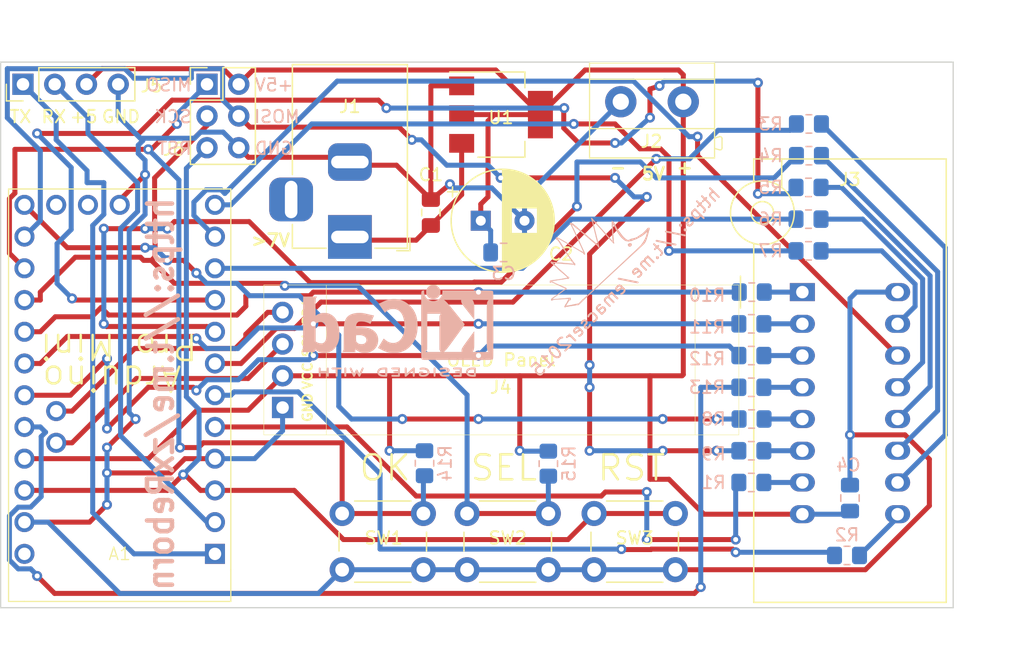
<source format=kicad_pcb>
(kicad_pcb (version 20221018) (generator pcbnew)
  (title_block (title "Тестер микросхем 4164, 41256") (date "2023-09-02") (company "https://t.me/emacser2015"))
  (layers (0 "F.Cu" signal) (31 "B.Cu" signal) (34 "B.Paste" user) (35 "F.Paste" user) (36 "B.SilkS" user "B.Silkscreen") (37 "F.SilkS" user "F.Silkscreen") (38 "B.Mask" user) (39 "F.Mask" user) (44 "Edge.Cuts" user))
  (net 0 "")
  (net 1 "/TX")
  (net 2 "/RX")
  (net 3 "/RST")
  (net 4 "Earth")
  (net 5 "Net-(A1-D2)")
  (net 6 "Net-(A1-D3)")
  (net 7 "Net-(A1-D4)")
  (net 8 "Net-(A1-D5)")
  (net 9 "Net-(A1-D6)")
  (net 10 "Net-(A1-D7)")
  (net 11 "/DOUT")
  (net 12 "Net-(A1-D9)")
  (net 15 "Net-(A1-D10)")
  (net 16 "/MOSI")
  (net 17 "/OK")
  (net 18 "/SEL")
  (net 19 "Net-(A1-A0)")
  (net 20 "Net-(A1-A1)")
  (net 21 "Net-(A1-A2)")
  (net 22 "/SDA")
  (net 23 "Net-(A1-A3)")
  (net 24 "/SCL")
  (net 25 "+5V")
  (net 27 "Net-(U1-VI)")
  (net 28 "/A8")
  (net 29 "/DIN")
  (net 30 "/WE")
  (net 31 "/RAS")
  (net 32 "/A0")
  (net 33 "/A2")
  (net 34 "/A1")
  (net 35 "/A7")
  (net 36 "/A5")
  (net 37 "/A4")
  (net 38 "/A3")
  (net 39 "/A6")
  (net 40 "/CAS")
  (footprint "Button_Switch_THT:SW_PUSH_6mm" (layer "F.Cu") (at 143.995 102.315)
    (fp_text reference "SW2")
    (fp_text value "SW Push" hide)
  )
  (footprint "MountingHole:MountingHole_3.2mm_M3" (layer "F.Cu") (at 179.07 69.985)
    (fp_text reference "REF**" hide)
    (fp_text value "MountingHole_3.2mm_M3")
  )
  (footprint "MountingHole:MountingHole_3.2mm_M3" (layer "F.Cu") (at 128.905 104.91)
    (fp_text reference "REF**" hide)
    (fp_text value "MountingHole_3.2mm_M3")
  )
  (footprint "Capacitor_SMD:C_0805_2012Metric_Pad1.18x1.45mm_HandSolder" (layer "F.Cu") (at 141.097 78.2185 90)
    (fp_text reference "C1")
    (fp_text value "100 nF")
  )
  (footprint "Package_TO_SOT_SMD:SOT-223-3_TabPin2" (layer "F.Cu") (at 146.71 70.38)
    (fp_text reference "U1")
    (fp_text value "AMS1117-5.0")
  )
  (footprint "Connector_BarrelJack:BarrelJack_Horizontal" (layer "F.Cu") (at 134.62 80.176 -90)
    (fp_text reference "J1")
    (fp_text value "Jack DC")
  )
  (footprint "Button_Switch_THT:SW_PUSH_6mm" (layer "F.Cu") (at 154.155 102.315)
    (fp_text reference "SW3")
    (fp_text value "SW Push" hide)
  )
  (footprint "Connector_PinHeader_2.54mm:PinHeader_1x04_P2.54mm_Vertical" (layer "F.Cu") (at 108.468 67.953 90)
    (fp_text reference "J5")
    (fp_text value "Serial")
  )
  (footprint "Connector_PinHeader_2.54mm:PinHeader_2x03_P2.54mm_Vertical" (layer "F.Cu") (at 123.19 67.953)
    (fp_text reference "J6")
    (fp_text value "ICSP")
  )
  (footprint "Socket:DIP_Socket-16_W4.3_W5.08_W7.62_W10.16_W10.9_3M_216-3340-00-0602J" (layer "F.Cu") (at 170.815 84.59)
    (fp_text reference "J3")
    (fp_text value "ZIF-16")
  )
  (footprint "arduino:arduino_pro_mini" (layer "F.Cu") (at 123.825 105.545 180)
    (fp_text reference "A1")
    (fp_text value "Arduino Pro Mini")
  )
  (footprint "Capacitor_THT:CP_Radial_D8.0mm_P3.50mm" (layer "F.Cu") (at 145.09 78.875)
    (fp_text reference "C2")
    (fp_text value "1000 uF")
  )
  (footprint "arduino:DG301-5.0-2P-1X" (layer "F.Cu") (at 158.79 69.35 180)
    (fp_text reference "J2")
    (fp_text value "PCB Terminal Block")
  )
  (footprint "Button_Switch_THT:SW_PUSH_6mm" (layer "F.Cu") (at 134 102.315)
    (fp_text reference "SW1")
    (fp_text value "SW Push" hide)
  )
  (footprint "arduino:SSD1306-0.91-OLED-4pin-128x32" (layer "F.Cu") (at 165.735 96.02 180)
    (fp_text reference "J4")
    (fp_text value "Display")
  )
  (footprint "Resistor_SMD:R_0805_2012Metric_Pad1.20x1.40mm_HandSolder" (layer "B.Cu") (at 150.495 98.322 90)
    (fp_text reference "R15")
    (fp_text value "10K")
  )
  (footprint "Resistor_SMD:R_0805_2012Metric_Pad1.20x1.40mm_HandSolder" (layer "B.Cu") (at 174.387 105.672 180)
    (fp_text reference "R2")
    (fp_text value "47")
  )
  (footprint "Resistor_SMD:R_0805_2012Metric_Pad1.20x1.40mm_HandSolder" (layer "B.Cu") (at 166.735 92.21)
    (fp_text reference "R13")
    (fp_text value "47")
  )
  (footprint "Capacitor_SMD:C_0805_2012Metric_Pad1.18x1.45mm_HandSolder" (layer "B.Cu") (at 146.9175 81.415)
    (fp_text reference "C3")
    (fp_text value "100 nF")
  )
  (footprint "Resistor_SMD:R_0805_2012Metric_Pad1.20x1.40mm_HandSolder" (layer "B.Cu") (at 171.339 73.668 180)
    (fp_text reference "R4")
    (fp_text value "47")
  )
  (footprint "Resistor_SMD:R_0805_2012Metric_Pad1.20x1.40mm_HandSolder" (layer "B.Cu") (at 171.307 78.748 180)
    (fp_text reference "R6")
    (fp_text value "47")
  )
  (footprint "Resistor_SMD:R_0805_2012Metric_Pad1.20x1.40mm_HandSolder" (layer "B.Cu") (at 171.339 71.128 180)
    (fp_text reference "R3")
    (fp_text value "47")
  )
  (footprint "Resistor_SMD:R_0805_2012Metric_Pad1.20x1.40mm_HandSolder" (layer "B.Cu") (at 140.589 98.29 90)
    (fp_text reference "R14")
    (fp_text value "10K")
  )
  (footprint "Resistor_SMD:R_0805_2012Metric_Pad1.20x1.40mm_HandSolder" (layer "B.Cu") (at 166.735 89.67)
    (fp_text reference "R12")
    (fp_text value "47")
  )
  (footprint "Resistor_SMD:R_0805_2012Metric_Pad1.20x1.40mm_HandSolder" (layer "B.Cu") (at 166.751 94.75 180)
    (fp_text reference "R8")
    (fp_text value "47")
  )
  (footprint "Resistor_SMD:R_0805_2012Metric_Pad1.20x1.40mm_HandSolder" (layer "B.Cu") (at 166.735 99.83 180)
    (fp_text reference "R1")
    (fp_text value "47")
  )
  (footprint "Resistor_SMD:R_0805_2012Metric_Pad1.20x1.40mm_HandSolder" (layer "B.Cu") (at 166.767 84.59)
    (fp_text reference "R10")
    (fp_text value "47")
  )
  (footprint "Resistor_SMD:R_0805_2012Metric_Pad1.20x1.40mm_HandSolder" (layer "B.Cu") (at 171.307 76.208 180)
    (fp_text reference "R5")
    (fp_text value "47")
  )
  (footprint "Capacitor_SMD:C_0805_2012Metric_Pad1.18x1.45mm_HandSolder" (layer "B.Cu") (at 174.625 101.0785 90)
    (fp_text reference "C4")
    (fp_text value "100 nF")
  )
  (footprint "Resistor_SMD:R_0805_2012Metric_Pad1.20x1.40mm_HandSolder" (layer "B.Cu") (at 166.735 97.29 180)
    (fp_text reference "R9")
    (fp_text value "47")
  )
  (footprint "logo:logo" (layer "B.Cu") (at 153.67 81.28 -137)
    (fp_text reference "G***" hide)
    (fp_text value "LOGO" hide)
  )
  (footprint "Symbol:KiCad-Logo2_6mm_SilkScreen" (layer "B.Cu") (at 138.43 86.995 180)
    (fp_text reference "REF**" hide)
    (fp_text value "KiCad-Logo2_6mm_SilkScreen" hide)
  )
  (footprint "Resistor_SMD:R_0805_2012Metric_Pad1.20x1.40mm_HandSolder" (layer "B.Cu") (at 171.307 81.288 180)
    (fp_text reference "R7")
    (fp_text value "47")
  )
  (footprint "Resistor_SMD:R_0805_2012Metric_Pad1.20x1.40mm_HandSolder" (layer "B.Cu") (at 166.735 87.13)
    (fp_text reference "R11")
    (fp_text value "47")
  )
  (gr_line (start 106.68 66.175) (end 106.68 109.855) (stroke (width 0.1)) (layer "Edge.Cuts"))
  (gr_line (start 182.88 66.175) (end 182.88 109.855) (stroke (width 0.1)) (layer "Edge.Cuts"))
  (gr_line (start 106.68 109.855) (end 182.88 109.855) (stroke (width 0.1)) (layer "Edge.Cuts"))
  (gr_line (start 106.68 66.175) (end 182.88 66.175) (stroke (width 0.1)) (layer "Edge.Cuts"))
  (gr_text "RST" (at 122.047 73.668) (layer "B.SilkS") (effects (font (size 1 1)) (justify left bottom mirror)))
  (gr_text "GND" (at 130.175 73.668) (layer "B.SilkS") (effects (font (size 1 1)) (justify left bottom mirror)))
  (gr_text "MOSI" (at 130.683 71.128) (layer "B.SilkS") (effects (font (size 1 1)) (justify left bottom mirror)))
  (gr_text "MISO" (at 122.047 68.588) (layer "B.SilkS") (effects (font (size 1 1)) (justify left bottom mirror)))
  (gr_text "https://t.me/emacser2015" (at 164.465 76.835 45) (layer "B.SilkS") (effects (font (size 1 1)) (justify left bottom mirror)))
  (gr_text "SCK" (at 122.047 71.128) (layer "B.SilkS") (effects (font (size 1 1)) (justify left bottom mirror)))
  (gr_text "+5V" (at 130.175 68.588) (layer "B.SilkS") (effects (font (size 1 1)) (justify left bottom mirror)))
  (gr_text "https://t.me/zxReborn" (at 120.65 76.835 90) (layer "B.SilkS") (effects (font (size 2 1.8) (thickness 0.36) bold) (justify left bottom mirror)))
  (gr_text "+" (at 160.655 75.192) (layer "F.SilkS") (effects (font (size 1 1) (thickness 0.2) bold) (justify left bottom)))
  (gr_text "+5" (at 112.141 71.128) (layer "F.SilkS") (effects (font (size 1 1)) (justify left bottom)))
  (gr_text "-" (at 155.321 75.192) (layer "F.SilkS") (effects (font (size 1 1) (thickness 0.2) bold) (justify left bottom)))
  (gr_text "RST" (at 154.305 99.83) (layer "F.SilkS") (effects (font (size 2 2) (thickness 0.2) bold) (justify left bottom)))
  (gr_text "OK" (at 135.255 99.83) (layer "F.SilkS") (effects (font (size 2 2) (thickness 0.2) bold) (justify left bottom)))
  (gr_text ">7V" (at 126.619 81.034) (layer "F.SilkS") (effects (font (size 1 1) (thickness 0.2) bold) (justify left bottom)))
  (gr_text "RX" (at 109.855 71.128) (layer "F.SilkS") (effects (font (size 1 1)) (justify left bottom)))
  (gr_text "5V" (at 157.861 75.7) (layer "F.SilkS") (effects (font (size 1 1) (thickness 0.2) bold) (justify left bottom)))
  (gr_text "SEL" (at 144.145 99.83) (layer "F.SilkS") (effects (font (size 2 2) (thickness 0.2) bold) (justify left bottom)))
  (gr_text "TX" (at 107.315 71.128) (layer "F.SilkS") (effects (font (size 1 1)) (justify left bottom)))
  (gr_text "GND" (at 114.681 71.128) (layer "F.SilkS") (effects (font (size 1 1)) (justify left bottom)))
  (segment (start 111.125 72.398) (end 111.125 70.61) (width 0.4) (layer "B.Cu") (net 1))
  (segment (start 114.935 78.367) (end 114.935 75.827) (width 0.4) (layer "B.Cu") (net 1))
  (segment (start 114.046 102.243) (end 114.046 79.256) (width 0.4) (layer "B.Cu") (net 1))
  (segment (start 114.046 79.256) (end 114.935 78.367) (width 0.4) (layer "B.Cu") (net 1))
  (segment (start 123.825 105.545) (end 117.348 105.545) (width 0.4) (layer "B.Cu") (net 1))
  (segment (start 111.125 70.61) (end 108.468 67.953) (width 0.4) (layer "B.Cu") (net 1))
  (segment (start 113.595 74.868) (end 111.125 72.398) (width 0.4) (layer "B.Cu") (net 1))
  (segment (start 113.595 75.827) (end 113.595 74.868) (width 0.4) (layer "B.Cu") (net 1))
  (segment (start 114.935 75.827) (end 113.595 75.827) (width 0.4) (layer "B.Cu") (net 1))
  (segment (start 117.348 105.545) (end 114.046 102.243) (width 0.4) (layer "B.Cu") (net 1))
  (segment (start 117.637 75.862) (end 113.665 71.89) (width 0.4) (layer "B.Cu") (net 2))
  (segment (start 113.665 71.89) (end 113.665 70.61) (width 0.4) (layer "B.Cu") (net 2))
  (segment (start 116.275 79.492101) (end 117.637 78.130101) (width 0.4) (layer "B.Cu") (net 2))
  (segment (start 113.665 70.61) (end 111.008 67.953) (width 0.4) (layer "B.Cu") (net 2))
  (segment (start 116.275 96.09) (end 116.275 79.492101) (width 0.4) (layer "B.Cu") (net 2))
  (segment (start 123.19 103.005) (end 116.275 96.09) (width 0.4) (layer "B.Cu") (net 2))
  (segment (start 117.637 78.130101) (end 117.637 75.862) (width 0.4) (layer "B.Cu") (net 2))
  (segment (start 120.015 100.465) (end 108.585 100.465) (width 0.4) (layer "F.Cu") (net 3))
  (segment (start 134.107101 104.402) (end 152.068 104.402) (width 0.4) (layer "F.Cu") (net 3))
  (segment (start 121.412 99.195) (end 122.682 100.465) (width 0.4) (layer "F.Cu") (net 3))
  (segment (start 154.155 102.315) (end 160.655 102.315) (width 0.4) (layer "F.Cu") (net 3))
  (segment (start 123.825 100.465) (end 130.170101 100.465) (width 0.4) (layer "F.Cu") (net 3))
  (segment (start 123.825 100.465) (end 122.682 100.465) (width 0.4) (layer "F.Cu") (net 3))
  (segment (start 121.285 99.195) (end 120.015 100.465) (width 0.4) (layer "F.Cu") (net 3))
  (segment (start 130.170101 100.465) (end 134.107101 104.402) (width 0.4) (layer "F.Cu") (net 3))
  (segment (start 121.285 99.195) (end 121.412 99.195) (width 0.4) (layer "F.Cu") (net 3))
  (segment (start 152.068 104.402) (end 154.155 102.315) (width 0.4) (layer "F.Cu") (net 3))
  (via (at 121.285 99.195) (size 0.8) (drill 0.4) (layers "F.Cu" "B.Cu") (net 3))
  (segment (start 122.555 97.925) (end 122.555 93.988) (width 0.4) (layer "B.Cu") (net 3))
  (segment (start 121.285 99.195) (end 122.555 97.925) (width 0.4) (layer "B.Cu") (net 3))
  (segment (start 122.555 93.988) (end 121.539 92.972) (width 0.4) (layer "B.Cu") (net 3))
  (segment (start 121.539 92.972) (end 121.539 74.684) (width 0.4) (layer "B.Cu") (net 3))
  (segment (start 121.539 74.684) (end 123.19 73.033) (width 0.4) (layer "B.Cu") (net 3))
  (segment (start 175.853919 106.815) (end 180.975 101.693919) (width 0.4) (layer "F.Cu") (net 4))
  (segment (start 121.423629 97.925) (end 123.825 97.925) (width 0.4) (layer "F.Cu") (net 4))
  (segment (start 180.975 97.966081) (end 180.975 101.693919) (width 0.4) (layer "F.Cu") (net 4))
  (segment (start 179.028919 96.02) (end 180.975 97.966081) (width 0.4) (layer "F.Cu") (net 4))
  (segment (start 117.475 94.75) (end 115.189 97.036) (width 0.4) (layer "F.Cu") (net 4))
  (segment (start 126.492 73.795) (end 133.985 73.795) (width 0.4) (layer "F.Cu") (net 4))
  (segment (start 141.14 77.181) (end 142.621 75.954) (width 0.4) (layer "F.Cu") (net 4))
  (segment (start 134.62 74.43) (end 138.346 74.43) (width 0.4) (layer "F.Cu") (net 4))
  (segment (start 138.346 74.43) (end 141.097 77.181) (width 0.4) (layer "F.Cu") (net 4))
  (segment (start 141.097 68.08) (end 143.56 68.08) (width 0.4) (layer "F.Cu") (net 4))
  (segment (start 133.985 73.795) (end 134.62 74.43) (width 0.4) (layer "F.Cu") (net 4))
  (segment (start 115.189 99.068) (end 120.280629 99.068) (width 0.4) (layer "F.Cu") (net 4))
  (segment (start 125.73 73.033) (end 126.492 73.795) (width 0.4) (layer "F.Cu") (net 4))
  (segment (start 141.097 77.181) (end 141.097 68.08) (width 0.4) (layer "F.Cu") (net 4))
  (segment (start 115.189 101.608) (end 113.792 103.005) (width 0.4) (layer "F.Cu") (net 4))
  (segment (start 174.625 96.02) (end 179.028919 96.02) (width 0.4) (layer "F.Cu") (net 4))
  (segment (start 160.655 106.815) (end 175.853919 106.815) (width 0.4) (layer "F.Cu") (net 4))
  (segment (start 116.205 77.605) (end 116.205 77.224) (width 0.4) (layer "F.Cu") (net 4))
  (segment (start 113.792 103.005) (end 108.585 103.005) (width 0.4) (layer "F.Cu") (net 4))
  (segment (start 116.205 77.224) (end 118.237 75.192) (width 0.4) (layer "F.Cu") (net 4))
  (segment (start 120.280629 99.068) (end 121.423629 97.925) (width 0.4) (layer "F.Cu") (net 4))
  (segment (start 141.097 77.181) (end 141.14 77.181) (width 0.4) (layer "F.Cu") (net 4))
  (via (at 115.189 101.608) (size 0.8) (drill 0.4) (layers "F.Cu" "B.Cu") (net 4))
  (via (at 117.475 94.75) (size 0.8) (drill 0.4) (layers "F.Cu" "B.Cu") (net 4))
  (via (at 115.189 97.036) (size 0.8) (drill 0.4) (layers "F.Cu" "B.Cu") (net 4))
  (via (at 115.189 99.068) (size 0.8) (drill 0.4) (layers "F.Cu" "B.Cu") (net 4))
  (via (at 142.621 75.954) (size 0.8) (drill 0.4) (layers "F.Cu" "B.Cu") (net 4))
  (via (at 118.237 75.192) (size 0.8) (drill 0.4) (layers "F.Cu" "B.Cu") (net 4))
  (via (at 174.625 96.02) (size 0.8) (drill 0.4) (layers "F.Cu" "B.Cu") (net 4))
  (segment (start 117.691 73.491371) (end 118.237 74.037371) (width 0.4) (layer "B.Cu") (net 4))
  (segment (start 118.237 74.037371) (end 118.237 75.192) (width 0.4) (layer "B.Cu") (net 4))
  (segment (start 116.967 79.648629) (end 116.967 94.242) (width 0.4) (layer "B.Cu") (net 4))
  (segment (start 142.913 76.246) (end 145.961 76.246) (width 0.4) (layer "B.Cu") (net 4))
  (segment (start 118.237 78.378629) (end 116.967 79.648629) (width 0.4) (layer "B.Cu") (net 4))
  (segment (start 154.155 106.815) (end 160.655 106.815) (width 0.4) (layer "B.Cu") (net 4))
  (segment (start 116.088 68.065) (end 116.088 70.503) (width 0.4) (layer "B.Cu") (net 4))
  (segment (start 140.5 106.815) (end 143.995 106.815) (width 0.4) (layer "B.Cu") (net 4))
  (segment (start 123.825 97.925) (end 127 97.925) (width 0.4) (layer "B.Cu") (net 4))
  (segment (start 122.672233 71.783) (end 122.184233 72.271) (width 0.4) (layer "B.Cu") (net 4))
  (segment (start 110.49 103.005) (end 116.205 108.72) (width 0.4) (layer "B.Cu") (net 4))
  (segment (start 150.495 106.815) (end 154.155 106.815) (width 0.4) (layer "B.Cu") (net 4))
  (segment (start 116.205 108.72) (end 132.095 108.72) (width 0.4) (layer "B.Cu") (net 4))
  (segment (start 142.621 75.954) (end 142.913 76.246) (width 0.4) (layer "B.Cu") (net 4))
  (segment (start 148.59 78.875) (end 148.59 77.05) (width 0.4) (layer "B.Cu") (net 4))
  (segment (start 117.691 72.828629) (end 117.691 73.491371) (width 0.4) (layer "B.Cu") (net 4))
  (segment (start 134 106.815) (end 140.5 106.815) (width 0.4) (layer "B.Cu") (net 4))
  (segment (start 143.995 106.815) (end 150.495 106.815) (width 0.4) (layer "B.Cu") (net 4))
  (segment (start 117.856 72.271) (end 116.967 71.382) (width 0.4) (layer "B.Cu") (net 4))
  (segment (start 148.59 78.875) (end 148.59 80.78) (width 0.4) (layer "B.Cu") (net 4))
  (segment (start 108.585 103.005) (end 110.49 103.005) (width 0.4) (layer "B.Cu") (net 4))
  (segment (start 116.967 71.382) (end 118.052315 72.467315) (width 0.4) (layer "B.Cu") (net 4))
  (segment (start 125.73 73.033) (end 124.48 71.783) (width 0.4) (layer "B.Cu") (net 4))
  (segment (start 174.625 96.02) (end 174.625 85.098) (width 0.4) (layer "B.Cu") (net 4))
  (segment (start 116.967 94.242) (end 117.475 94.75) (width 0.4) (layer "B.Cu") (net 4))
  (segment (start 129.235 95.69) (end 129.235 93.83) (width 0.4) (layer "B.Cu") (net 4))
  (segment (start 132.095 108.72) (end 134 106.815) (width 0.4) (layer "B.Cu") (net 4))
  (segment (start 174.625 100.041) (end 174.625 96.02) (width 0.4) (layer "B.Cu") (net 4))
  (segment (start 148.59 80.78) (end 147.955 81.415) (width 0.4) (layer "B.Cu") (net 4))
  (segment (start 145.961 76.246) (end 148.59 78.875) (width 0.4) (layer "B.Cu") (net 4))
  (segment (start 118.237 75.192) (end 118.237 78.378629) (width 0.4) (layer "B.Cu") (net 4))
  (segment (start 122.184233 72.271) (end 117.856 72.271) (width 0.4) (layer "B.Cu") (net 4))
  (segment (start 174.625 85.098) (end 175.133 84.59) (width 0.4) (layer "B.Cu") (net 4))
  (segment (start 115.189 99.068) (end 115.189 101.608) (width 0.4) (layer "B.Cu") (net 4))
  (segment (start 124.48 71.783) (end 122.672233 71.783) (width 0.4) (layer "B.Cu") (net 4))
  (segment (start 115.189 97.036) (end 115.189 99.068) (width 0.4) (layer "B.Cu") (net 4))
  (segment (start 175.133 84.59) (end 178.435 84.59) (width 0.4) (layer "B.Cu") (net 4))
  (segment (start 127 97.925) (end 129.235 95.69) (width 0.4) (layer "B.Cu") (net 4))
  (segment (start 116.088 70.503) (end 116.967 71.382) (width 0.4) (layer "B.Cu") (net 4))
  (segment (start 148.59 77.05) (end 156.29 69.35) (width 0.4) (layer "B.Cu") (net 4))
  (segment (start 118.052315 72.467315) (end 117.691 72.828629) (width 0.4) (layer "B.Cu") (net 4))
  (segment (start 139.920101 100.915) (end 154.734899 100.915) (width 0.4) (layer "F.Cu") (net 5))
  (segment (start 155.057899 100.592) (end 158.369 100.592) (width 0.4) (layer "F.Cu") (net 5))
  (segment (start 123.825 95.385) (end 134.390101 95.385) (width 0.4) (layer "F.Cu") (net 5))
  (segment (start 158.369 104.402) (end 165.481 104.402) (width 0.4) (layer "F.Cu") (net 5))
  (segment (start 134.390101 95.385) (end 139.920101 100.915) (width 0.4) (layer "F.Cu") (net 5))
  (segment (start 154.734899 100.915) (end 155.057899 100.592) (width 0.4) (layer "F.Cu") (net 5))
  (via (at 158.369 100.592) (size 0.8) (drill 0.4) (layers "F.Cu" "B.Cu") (net 5))
  (via (at 158.369 104.402) (size 0.8) (drill 0.4) (layers "F.Cu" "B.Cu") (net 5))
  (via (at 165.481 104.402) (size 0.8) (drill 0.4) (layers "F.Cu" "B.Cu") (net 5))
  (segment (start 165.481 104.402) (end 165.481 100.084) (width 0.4) (layer "B.Cu") (net 5))
  (segment (start 158.369 100.592) (end 158.369 104.402) (width 0.4) (layer "B.Cu") (net 5))
  (segment (start 165.481 100.084) (end 165.735 99.83) (width 0.4) (layer "B.Cu") (net 5))
  (segment (start 158.700371 105.202) (end 158.738371 105.164) (width 0.4) (layer "F.Cu") (net 6))
  (segment (start 165.227 105.164) (end 165.481 105.418) (width 0.4) (layer "F.Cu") (net 6))
  (segment (start 158.738371 105.164) (end 165.227 105.164) (width 0.4) (layer "F.Cu") (net 6))
  (segment (start 156.375 105.202) (end 158.700371 105.202) (width 0.4) (layer "F.Cu") (net 6))
  (segment (start 165.481 105.418) (end 165.478 105.415) (width 0.4) (layer "F.Cu") (net 6))
  (segment (start 156.337 105.164) (end 156.375 105.202) (width 0.4) (layer "F.Cu") (net 6))
  (via (at 165.481 105.418) (size 0.8) (drill 0.4) (layers "F.Cu" "B.Cu") (net 6))
  (via (at 156.337 105.164) (size 0.8) (drill 0.4) (layers "F.Cu" "B.Cu") (net 6))
  (segment (start 173.133 105.418) (end 173.387 105.672) (width 0.4) (layer "B.Cu") (net 6))
  (segment (start 125.36 92.58) (end 130.485 92.58) (width 0.4) (layer "B.Cu") (net 6))
  (segment (start 123.825 92.845) (end 125.095 92.845) (width 0.4) (layer "B.Cu") (net 6))
  (segment (start 137.033 99.128) (end 137.033 105.164) (width 0.4) (layer "B.Cu") (net 6))
  (segment (start 125.095 92.845) (end 125.36 92.58) (width 0.4) (layer "B.Cu") (net 6))
  (segment (start 165.481 105.418) (end 173.133 105.418) (width 0.4) (layer "B.Cu") (net 6))
  (segment (start 137.033 105.164) (end 156.337 105.164) (width 0.4) (layer "B.Cu") (net 6))
  (segment (start 130.485 92.58) (end 137.033 99.128) (width 0.4) (layer "B.Cu") (net 6))
  (segment (start 123.825 90.305) (end 125.912233 90.305) (width 0.4) (layer "F.Cu") (net 7))
  (segment (start 132.307629 85.39) (end 147.663 85.39) (width 0.4) (layer "F.Cu") (net 7))
  (segment (start 125.912233 90.305) (end 128.717233 87.5) (width 0.4) (layer "F.Cu") (net 7))
  (segment (start 147.663 85.39) (end 159.131 73.922) (width 0.4) (layer "F.Cu") (net 7))
  (segment (start 130.197629 87.5) (end 132.307629 85.39) (width 0.4) (layer "F.Cu") (net 7))
  (segment (start 128.717233 87.5) (end 130.197629 87.5) (width 0.4) (layer "F.Cu") (net 7))
  (via (at 159.131 73.922) (size 0.8) (drill 0.4) (layers "F.Cu" "B.Cu") (net 7))
  (segment (start 159.131 73.922) (end 161.786371 73.922) (width 0.4) (layer "B.Cu") (net 7))
  (segment (start 164.072371 71.636) (end 169.831 71.636) (width 0.4) (layer "B.Cu") (net 7))
  (segment (start 169.831 71.636) (end 170.339 71.128) (width 0.4) (layer "B.Cu") (net 7))
  (segment (start 161.786371 73.922) (end 164.072371 71.636) (width 0.4) (layer "B.Cu") (net 7))
  (segment (start 144.537629 83.828) (end 144.575629 83.79) (width 0.4) (layer "F.Cu") (net 8))
  (segment (start 131.445 83.828) (end 144.537629 83.828) (width 0.4) (layer "F.Cu") (net 8))
  (segment (start 146.723 83.79) (end 152.781 77.732) (width 0.4) (layer "F.Cu") (net 8))
  (segment (start 123.825 87.765) (end 123.609 87.765) (width 0.4) (layer "F.Cu") (net 8))
  (segment (start 123.609 87.765) (end 123.19 87.346) (width 0.4) (layer "F.Cu") (net 8))
  (segment (start 114.935 79.51) (end 118.237 79.51) (width 0.4) (layer "F.Cu") (net 8))
  (segment (start 120.58 78.945) (end 126.562 78.945) (width 0.4) (layer "F.Cu") (net 8))
  (segment (start 115.151 87.346) (end 114.935 87.13) (width 0.4) (layer "F.Cu") (net 8))
  (segment (start 120.015 79.51) (end 120.58 78.945) (width 0.4) (layer "F.Cu") (net 8))
  (segment (start 126.562 78.945) (end 131.445 83.828) (width 0.4) (layer "F.Cu") (net 8))
  (segment (start 123.19 87.346) (end 115.151 87.346) (width 0.4) (layer "F.Cu") (net 8))
  (segment (start 144.575629 83.79) (end 146.723 83.79) (width 0.4) (layer "F.Cu") (net 8))
  (via (at 152.781 77.732) (size 0.8) (drill 0.4) (layers "F.Cu" "B.Cu") (net 8))
  (via (at 118.237 79.51) (size 0.8) (drill 0.4) (layers "F.Cu" "B.Cu") (net 8))
  (via (at 114.935 79.51) (size 0.8) (drill 0.4) (layers "F.Cu" "B.Cu") (net 8))
  (via (at 114.935 87.13) (size 0.8) (drill 0.4) (layers "F.Cu" "B.Cu") (net 8))
  (via (at 120.015 79.51) (size 0.8) (drill 0.4) (layers "F.Cu" "B.Cu") (net 8))
  (segment (start 152.781 77.732) (end 152.781 74.176) (width 0.4) (layer "B.Cu") (net 8))
  (segment (start 157.861 74.176) (end 152.781 74.176) (width 0.4) (layer "B.Cu") (net 8))
  (segment (start 114.935 87.13) (end 114.935 79.51) (width 0.4) (layer "B.Cu") (net 8))
  (segment (start 159.131 75.446) (end 157.861 74.176) (width 0.4) (layer "B.Cu") (net 8))
  (segment (start 170.339 73.668) (end 168.561 75.446) (width 0.4) (layer "B.Cu") (net 8))
  (segment (start 118.237 79.51) (end 120.015 79.51) (width 0.4) (layer "B.Cu") (net 8))
  (segment (start 168.561 75.446) (end 159.131 75.446) (width 0.4) (layer "B.Cu") (net 8))
  (segment (start 152.919629 72.652) (end 155.829 72.652) (width 0.4) (layer "F.Cu") (net 9))
  (segment (start 136.906 69.223) (end 137.541 69.858) (width 0.4) (layer "F.Cu") (net 9))
  (segment (start 151.727 69.896) (end 151.727 71.459371) (width 0.4) (layer "F.Cu") (net 9))
  (segment (start 158.623 68.334) (end 159.385 68.08) (width 0.4) (layer "F.Cu") (net 9))
  (segment (start 123.19 85.225) (end 112.522 85.225) (width 0.4) (layer "F.Cu") (net 9))
  (segment (start 167.259 67.826) (end 167.259 76.716) (width 0.4) (layer "F.Cu") (net 9))
  (segment (start 151.765 69.858) (end 151.727 69.896) (width 0.4) (layer "F.Cu") (net 9))
  (segment (start 117.729 71.89) (end 120.396 69.223) (width 0.4) (layer "F.Cu") (net 9))
  (segment (start 109.601 71.89) (end 117.729 71.89) (width 0.4) (layer "F.Cu") (net 9))
  (segment (start 112.522 85.225) (end 112.395 85.098) (width 0.4) (layer "F.Cu") (net 9))
  (segment (start 123.825 85.225) (end 123.19 85.225) (width 0.4) (layer "F.Cu") (net 9))
  (segment (start 120.396 69.223) (end 136.906 69.223) (width 0.4) (layer "F.Cu") (net 9))
  (segment (start 158.623 70.62) (end 158.623 68.334) (width 0.4) (layer "F.Cu") (net 9))
  (segment (start 151.727 71.459371) (end 152.919629 72.652) (width 0.4) (layer "F.Cu") (net 9))
  (via (at 159.385 68.08) (size 0.8) (drill 0.4) (layers "F.Cu" "B.Cu") (net 9))
  (via (at 112.395 85.098) (size 0.8) (drill 0.4) (layers "F.Cu" "B.Cu") (net 9))
  (via (at 167.259 67.826) (size 0.8) (drill 0.4) (layers "F.Cu" "B.Cu") (net 9))
  (via (at 151.765 69.858) (size 0.8) (drill 0.4) (layers "F.Cu" "B.Cu") (net 9))
  (via (at 155.829 72.652) (size 0.8) (drill 0.4) (layers "F.Cu" "B.Cu") (net 9))
  (via (at 137.541 69.858) (size 0.8) (drill 0.4) (layers "F.Cu" "B.Cu") (net 9))
  (via (at 158.623 70.62) (size 0.8) (drill 0.4) (layers "F.Cu" "B.Cu") (net 9))
  (via (at 167.259 76.716) (size 0.8) (drill 0.4) (layers "F.Cu" "B.Cu") (net 9))
  (via (at 109.601 71.89) (size 0.8) (drill 0.4) (layers "F.Cu" "B.Cu") (net 9))
  (segment (start 112.325 74.614) (end 109.601 71.89) (width 0.4) (layer "B.Cu") (net 9))
  (segment (start 111.195 83.898) (end 111.195 80.71) (width 0.4) (layer "B.Cu") (net 9))
  (segment (start 169.799 76.716) (end 170.307 76.208) (width 0.4) (layer "B.Cu") (net 9))
  (segment (start 112.325 79.58) (end 112.325 74.614) (width 0.4) (layer "B.Cu") (net 9))
  (segment (start 159.385 68.08) (end 159.765 67.7) (width 0.4) (layer "B.Cu") (net 9))
  (segment (start 156.337 72.652) (end 158.623 70.62) (width 0.4) (layer "B.Cu") (net 9))
  (segment (start 112.395 85.098) (end 111.195 83.898) (width 0.4) (layer "B.Cu") (net 9))
  (segment (start 137.541 69.858) (end 151.765 69.858) (width 0.4) (layer "B.Cu") (net 9))
  (segment (start 159.765 67.7) (end 167.133 67.7) (width 0.4) (layer "B.Cu") (net 9))
  (segment (start 155.829 72.652) (end 156.337 72.652) (width 0.4) (layer "B.Cu") (net 9))
  (segment (start 167.133 67.7) (end 167.259 67.826) (width 0.4) (layer "B.Cu") (net 9))
  (segment (start 111.195 80.71) (end 112.325 79.58) (width 0.4) (layer "B.Cu") (net 9))
  (segment (start 167.259 76.716) (end 169.799 76.716) (width 0.4) (layer "B.Cu") (net 9))
  (segment (start 123.825 82.685) (end 148.416739 82.685) (width 0.4) (layer "B.Cu") (net 10))
  (segment (start 152.353739 78.748) (end 170.307 78.748) (width 0.4) (layer "B.Cu") (net 10))
  (segment (start 148.416739 82.685) (end 152.353739 78.748) (width 0.4) (layer "B.Cu") (net 10))
  (segment (start 162.433 73.668) (end 162.433 72.144) (width 0.4) (layer "F.Cu") (net 11))
  (segment (start 178.435 89.67) (end 162.433 73.668) (width 0.4) (layer "F.Cu") (net 11))
  (via (at 162.433 72.144) (size 0.8) (drill 0.4) (layers "F.Cu" "B.Cu") (net 11))
  (segment (start 123.12 76.405) (end 122.139 77.386) (width 0.4) (layer "B.Cu") (net 11))
  (segment (start 124.322057 76.405) (end 123.12 76.405) (width 0.4) (layer "B.Cu") (net 11))
  (segment (start 124.610028 76.692972) (end 124.322057 76.405) (width 0.4) (layer "B.Cu") (net 11))
  (segment (start 133.603 67.7) (end 124.610028 76.692972) (width 0.4) (layer "B.Cu") (net 11))
  (segment (start 162.433 72.144) (end 161.750547 72.144) (width 0.4) (layer "B.Cu") (net 11))
  (segment (start 122.139 78.459) (end 123.825 80.145) (width 0.4) (layer "B.Cu") (net 11))
  (segment (start 122.139 77.386) (end 122.139 78.459) (width 0.4) (layer "B.Cu") (net 11))
  (segment (start 161.750547 72.144) (end 157.306547 67.7) (width 0.4) (layer "B.Cu") (net 11))
  (segment (start 157.306547 67.7) (end 133.603 67.7) (width 0.4) (layer "B.Cu") (net 11))
  (segment (start 159.462371 73.122) (end 160.147 73.806629) (width 0.4) (layer "F.Cu") (net 12))
  (segment (start 157.823 73.122) (end 159.462371 73.122) (width 0.4) (layer "F.Cu") (net 12))
  (segment (start 155.829 71.128) (end 157.823 73.122) (width 0.4) (layer "F.Cu") (net 12))
  (segment (start 160.147 73.806629) (end 160.147 81.288) (width 0.4) (layer "F.Cu") (net 12))
  (segment (start 152.527 71.128) (end 155.829 71.128) (width 0.4) (layer "F.Cu") (net 12))
  (via (at 160.147 81.288) (size 0.8) (drill 0.4) (layers "F.Cu" "B.Cu") (net 12))
  (via (at 152.527 71.128) (size 0.8) (drill 0.4) (layers "F.Cu" "B.Cu") (net 12))
  (segment (start 160.147 81.288) (end 170.307 81.288) (width 0.4) (layer "B.Cu") (net 12))
  (segment (start 123.825 77.605) (end 125.095 77.605) (width 0.4) (layer "B.Cu") (net 12))
  (segment (start 125.095 77.605) (end 131.572 71.128) (width 0.4) (layer "B.Cu") (net 12))
  (segment (start 131.572 71.128) (end 152.527 71.128) (width 0.4) (layer "B.Cu") (net 12))
  (segment (start 112.014 81.034) (end 108.585 77.605) (width 0.4) (layer "F.Cu") (net 15))
  (segment (start 118.237 81.034) (end 112.014 81.034) (width 0.4) (layer "F.Cu") (net 15))
  (segment (start 144.907 94.75) (end 138.811 94.75) (width 0.4) (layer "F.Cu") (net 15))
  (segment (start 122.3385 83.066) (end 121.3225 82.05) (width 0.4) (layer "F.Cu") (net 15))
  (segment (start 163.957 94.75) (end 159.639 94.75) (width 0.4) (layer "F.Cu") (net 15))
  (segment (start 121.3225 82.05) (end 120.015 82.05) (width 0.4) (layer "F.Cu") (net 15))
  (via (at 118.237 81.034) (size 0.8) (drill 0.4) (layers "F.Cu" "B.Cu") (net 15))
  (via (at 144.907 94.75) (size 0.8) (drill 0.4) (layers "F.Cu" "B.Cu") (net 15))
  (via (at 138.811 94.75) (size 0.8) (drill 0.4) (layers "F.Cu" "B.Cu") (net 15))
  (via (at 163.957 94.75) (size 0.8) (drill 0.4) (layers "F.Cu" "B.Cu") (net 15))
  (via (at 159.639 94.75) (size 0.8) (drill 0.4) (layers "F.Cu" "B.Cu") (net 15))
  (via (at 120.015 82.05) (size 0.8) (drill 0.4) (layers "F.Cu" "B.Cu") (net 15))
  (via (at 122.3385 83.066) (size 0.8) (drill 0.4) (layers "F.Cu" "B.Cu") (net 15))
  (segment (start 123.1575 83.885) (end 125.592057 83.885) (width 0.4) (layer "B.Cu") (net 15))
  (segment (start 118.999 81.034) (end 118.237 81.034) (width 0.4) (layer "B.Cu") (net 15))
  (segment (start 133.731 93.734) (end 134.747 94.75) (width 0.4) (layer "B.Cu") (net 15))
  (segment (start 134.747 94.75) (end 138.811 94.75) (width 0.4) (layer "B.Cu") (net 15))
  (segment (start 126.589057 84.882) (end 130.582371 84.882) (width 0.4) (layer "B.Cu") (net 15))
  (segment (start 125.592057 83.885) (end 126.589057 84.882) (width 0.4) (layer "B.Cu") (net 15))
  (segment (start 130.582371 84.882) (end 133.731 88.030629) (width 0.4) (layer "B.Cu") (net 15))
  (segment (start 165.751 94.75) (end 163.957 94.75) (width 0.4) (layer "B.Cu") (net 15))
  (segment (start 159.639 94.75) (end 144.907 94.75) (width 0.4) (layer "B.Cu") (net 15))
  (segment (start 120.015 82.05) (end 118.999 81.034) (width 0.4) (layer "B.Cu") (net 15))
  (segment (start 122.3385 83.066) (end 123.1575 83.885) (width 0.4) (layer "B.Cu") (net 15))
  (segment (start 133.731 88.030629) (end 133.731 93.734) (width 0.4) (layer "B.Cu") (net 15))
  (segment (start 153.797 81.542) (end 153.797 90.432) (width 0.4) (layer "F.Cu") (net 16))
  (segment (start 138.557 71.382) (end 139.573 72.398) (width 0.4) (layer "F.Cu") (net 16))
  (segment (start 153.797 97.29) (end 153.797 92.21) (width 0.4) (layer "F.Cu") (net 16))
  (segment (start 163.957 97.29) (end 159.639 97.29) (width 0.4) (layer "F.Cu") (net 16))
  (segment (start 146.685 75.446) (end 155.829 75.446) (width 0.4) (layer "F.Cu") (net 16))
  (segment (start 126.619 71.382) (end 138.557 71.382) (width 0.4) (layer "F.Cu") (net 16))
  (segment (start 125.73 70.493) (end 126.619 71.382) (width 0.4) (layer "F.Cu") (net 16))
  (segment (start 158.369 76.97) (end 153.797 81.542) (width 0.4) (layer "F.Cu") (net 16))
  (via (at 163.957 97.29) (size 0.8) (drill 0.4) (layers "F.Cu" "B.Cu") (net 16))
  (via (at 153.797 97.29) (size 0.8) (drill 0.4) (layers "F.Cu" "B.Cu") (net 16))
  (via (at 153.797 92.21) (size 0.8) (drill 0.4) (layers "F.Cu" "B.Cu") (net 16))
  (via (at 146.685 75.446) (size 0.8) (drill 0.4) (layers "F.Cu" "B.Cu") (net 16))
  (via (at 155.829 75.446) (size 0.8) (drill 0.4) (layers "F.Cu" "B.Cu") (net 16))
  (via (at 153.797 90.432) (size 0.8) (drill 0.4) (layers "F.Cu" "B.Cu") (net 16))
  (via (at 159.639 97.29) (size 0.8) (drill 0.4) (layers "F.Cu" "B.Cu") (net 16))
  (via (at 158.369 76.97) (size 0.8) (drill 0.4) (layers "F.Cu" "B.Cu") (net 16))
  (via (at 139.573 72.398) (size 0.8) (drill 0.4) (layers "F.Cu" "B.Cu") (net 16))
  (segment (start 117.338 67.435233) (end 116.605767 66.703) (width 0.4) (layer "B.Cu") (net 16))
  (segment (start 121.94 67.465) (end 117.338 67.465) (width 0.4) (layer "B.Cu") (net 16))
  (segment (start 145.669 74.43) (end 146.685 75.446) (width 0.4) (layer "B.Cu") (net 16))
  (segment (start 153.797 92.21) (end 153.797 90.432) (width 0.4) (layer "B.Cu") (net 16))
  (segment (start 124.44 66.703) (end 121.94 66.703) (width 0.4) (layer "B.Cu") (net 16))
  (segment (start 155.829 75.446) (end 157.353 76.97) (width 0.4) (layer "B.Cu") (net 16))
  (segment (start 165.735 97.29) (end 163.957 97.29) (width 0.4) (layer "B.Cu") (net 16))
  (segment (start 116.605767 66.703) (end 107.218 66.703) (width 0.4) (layer "B.Cu") (net 16))
  (segment (start 121.94 66.703) (end 121.94 67.465) (width 0.4) (layer "B.Cu") (net 16))
  (segment (start 107.218 66.703) (end 107.218 70.638371) (width 0.4) (layer "B.Cu") (net 16))
  (segment (start 117.338 67.465) (end 117.338 67.435233) (width 0.4) (layer "B.Cu") (net 16))
  (segment (start 142.367 74.43) (end 145.669 74.43) (width 0.4) (layer "B.Cu") (net 16))
  (segment (start 107.218 70.638371) (end 109.855 73.275371) (width 0.4) (layer "B.Cu") (net 16))
  (segment (start 159.639 97.29) (end 153.797 97.29) (width 0.4) (layer "B.Cu") (net 16))
  (segment (start 124.44 69.203) (end 124.44 66.703) (width 0.4) (layer "B.Cu") (net 16))
  (segment (start 139.573 72.398) (end 140.335 72.398) (width 0.4) (layer "B.Cu") (net 16))
  (segment (start 157.353 76.97) (end 158.369 76.97) (width 0.4) (layer "B.Cu") (net 16))
  (segment (start 109.855 78.875) (end 108.585 80.145) (width 0.4) (layer "B.Cu") (net 16))
  (segment (start 109.855 73.275371) (end 109.855 78.875) (width 0.4) (layer "B.Cu") (net 16))
  (segment (start 125.73 70.493) (end 124.44 69.203) (width 0.4) (layer "B.Cu") (net 16))
  (segment (start 140.335 72.398) (end 142.367 74.43) (width 0.4) (layer "B.Cu") (net 16))
  (segment (start 107.823 76.669943) (end 107.385 77.107943) (width 0.4) (layer "F.Cu") (net 17))
  (segment (start 118.491 73.16) (end 118.745 73.16) (width 0.4) (layer "F.Cu") (net 17))
  (segment (start 134 102.315) (end 140.5 102.315) (width 0.4) (layer "F.Cu") (net 17))
  (segment (start 118.745 73.16) (end 120.777 71.128) (width 0.4) (layer "F.Cu") (net 17))
  (segment (start 107.385 77.107943) (end 107.385 81.485) (width 0.4) (layer "F.Cu") (net 17))
  (segment (start 134 96.67) (end 134 102.315) (width 0.4) (layer "F.Cu") (net 17))
  (segment (start 118.491 73.16) (end 118.675 73.344) (width 0.4) (layer "F.Cu") (net 17))
  (segment (start 133.985 96.655) (end 134 96.67) (width 0.4) (layer "F.Cu") (net 17))
  (segment (start 118.491 73.16) (end 107.823 73.16) (width 0.4) (layer "F.Cu") (net 17))
  (segment (start 122.889943 96.655) (end 133.985 96.655) (width 0.4) (layer "F.Cu") (net 17))
  (segment (start 122.508943 97.036) (end 122.889943 96.655) (width 0.4) (layer "F.Cu") (net 17))
  (segment (start 121.031 97.036) (end 122.508943 97.036) (width 0.4) (layer "F.Cu") (net 17))
  (segment (start 107.385 81.485) (end 108.585 82.685) (width 0.4) (layer "F.Cu") (net 17))
  (segment (start 107.823 73.16) (end 107.823 76.669943) (width 0.4) (layer "F.Cu") (net 17))
  (via (at 120.777 71.128) (size 0.8) (drill 0.4) (layers "F.Cu" "B.Cu") (net 17))
  (via (at 121.031 97.036) (size 0.8) (drill 0.4) (layers "F.Cu" "B.Cu") (net 17))
  (via (at 118.491 73.16) (size 0.8) (drill 0.4) (layers "F.Cu" "B.Cu") (net 17))
  (segment (start 140.5 99.379) (end 140.589 99.29) (width 0.4) (layer "B.Cu") (net 17))
  (segment (start 140.5 102.315) (end 140.5 99.379) (width 0.4) (layer "B.Cu") (net 17))
  (segment (start 123.19 67.953) (end 120.777 70.366) (width 0.4) (layer "B.Cu") (net 17))
  (segment (start 120.777 70.366) (end 120.777 71.128) (width 0.4) (layer "B.Cu") (net 17))
  (segment (start 121.031 97.036) (end 120.939 96.944) (width 0.4) (layer "B.Cu") (net 17))
  (segment (start 120.939 75.608) (end 118.491 73.16) (width 0.4) (layer "B.Cu") (net 17))
  (segment (start 120.939 96.944) (end 120.939 75.608) (width 0.4) (layer "B.Cu") (net 17))
  (segment (start 119.037 79.178629) (end 119.037 81.755279) (width 0.4) (layer "F.Cu") (net 18))
  (segment (start 123.19 71.255) (end 118.999 75.446) (width 0.4) (layer "F.Cu") (net 18))
  (segment (start 109.855 84.59) (end 109.855 85.225) (width 0.4) (layer "F.Cu") (net 18))
  (segment (start 112.649 81.796) (end 109.855 84.59) (width 0.4) (layer "F.Cu") (net 18))
  (segment (start 129.413 84.082) (end 129.216 83.885) (width 0.4) (layer "F.Cu") (net 18))
  (segment (start 118.999 75.446) (end 118.999 79.140629) (width 0.4) (layer "F.Cu") (net 18))
  (segment (start 118.999 79.140629) (end 119.037 79.178629) (width 0.4) (layer "F.Cu") (net 18))
  (segment (start 117.867629 81.796) (end 112.649 81.796) (width 0.4) (layer "F.Cu") (net 18))
  (segment (start 108.585 85.225) (end 109.855 85.225) (width 0.4) (layer "F.Cu") (net 18))
  (segment (start 129.216 83.885) (end 120.577279 83.885) (width 0.4) (layer "F.Cu") (net 18))
  (segment (start 120.577279 83.885) (end 118.742279 82.05) (width 0.4) (layer "F.Cu") (net 18))
  (segment (start 143.995 102.315) (end 150.495 102.315) (width 0.4) (layer "F.Cu") (net 18))
  (segment (start 118.121629 82.05) (end 117.867629 81.796) (width 0.4) (layer "F.Cu") (net 18))
  (segment (start 119.037 81.755279) (end 118.742279 82.05) (width 0.4) (layer "F.Cu") (net 18))
  (segment (start 123.19 70.493) (end 123.19 71.255) (width 0.4) (layer "F.Cu") (net 18))
  (segment (start 118.742279 82.05) (end 118.121629 82.05) (width 0.4) (layer "F.Cu") (net 18))
  (via (at 129.413 84.082) (size 0.8) (drill 0.4) (layers "F.Cu" "B.Cu") (net 18))
  (segment (start 143.995 92.822) (end 143.995 102.315) (width 0.4) (layer "B.Cu") (net 18))
  (segment (start 150.495 102.315) (end 150.495 99.322) (width 0.4) (layer "B.Cu") (net 18))
  (segment (start 135.255 84.082) (end 143.995 92.822) (width 0.4) (layer "B.Cu") (net 18))
  (segment (start 129.413 84.082) (end 135.255 84.082) (width 0.4) (layer "B.Cu") (net 18))
  (segment (start 115.316 86.425) (end 114.716 85.825) (width 0.4) (layer "F.Cu") (net 19))
  (segment (start 131.699 84.59) (end 131.407 84.882) (width 0.4) (layer "F.Cu") (net 19))
  (segment (start 131.407 84.882) (end 126.295 84.882) (width 0.4) (layer "F.Cu") (net 19))
  (segment (start 113.976 86.565) (end 111.055 86.565) (width 0.4) (layer "F.Cu") (net 19))
  (segment (start 114.716 85.825) (end 113.976 86.565) (width 0.4) (layer "F.Cu") (net 19))
  (segment (start 108.585 87.765) (end 109.855 87.765) (width 0.4) (layer "F.Cu") (net 19))
  (segment (start 125.592057 86.425) (end 115.316 86.425) (width 0.4) (layer "F.Cu") (net 19))
  (segment (start 144.907 84.59) (end 131.699 84.59) (width 0.4) (layer "F.Cu") (net 19))
  (segment (start 126.295 85.722057) (end 125.592057 86.425) (width 0.4) (layer "F.Cu") (net 19))
  (segment (start 111.055 86.565) (end 109.855 87.765) (width 0.4) (layer "F.Cu") (net 19))
  (segment (start 126.295 84.882) (end 126.295 85.722057) (width 0.4) (layer "F.Cu") (net 19))
  (via (at 144.907 84.59) (size 0.8) (drill 0.4) (layers "F.Cu" "B.Cu") (net 19))
  (segment (start 165.767 84.59) (end 144.907 84.59) (width 0.4) (layer "B.Cu") (net 19))
  (segment (start 112.014 88.146) (end 109.855 90.305) (width 0.4) (layer "F.Cu") (net 20))
  (segment (start 122.179 88.146) (end 112.014 88.146) (width 0.4) (layer "F.Cu") (net 20))
  (segment (start 122.3385 88.3055) (end 122.179 88.146) (width 0.4) (layer "F.Cu") (net 20))
  (segment (start 109.855 90.305) (end 108.585 90.305) (width 0.4) (layer "F.Cu") (net 20))
  (segment (start 144.907 87.13) (end 131.699 87.13) (width 0.4) (layer "F.Cu") (net 20))
  (via (at 144.907 87.13) (size 0.8) (drill 0.4) (layers "F.Cu" "B.Cu") (net 20))
  (via (at 131.699 87.13) (size 0.8) (drill 0.4) (layers "F.Cu" "B.Cu") (net 20))
  (via (at 122.3385 88.3055) (size 0.8) (drill 0.4) (layers "F.Cu" "B.Cu") (net 20))
  (segment (start 123.138 89.105) (end 125.66 89.105) (width 0.4) (layer "B.Cu") (net 20))
  (segment (start 165.735 87.13) (end 144.907 87.13) (width 0.4) (layer "B.Cu") (net 20))
  (segment (start 131.369 87.46) (end 131.699 87.13) (width 0.4) (layer "B.Cu") (net 20))
  (segment (start 127.305 87.46) (end 131.369 87.46) (width 0.4) (layer "B.Cu") (net 20))
  (segment (start 125.66 89.105) (end 127.305 87.46) (width 0.4) (layer "B.Cu") (net 20))
  (segment (start 122.3385 88.3055) (end 123.138 89.105) (width 0.4) (layer "B.Cu") (net 20))
  (segment (start 118.491 92.21) (end 115.189 95.512) (width 0.4) (layer "F.Cu") (net 21))
  (segment (start 144.907 89.67) (end 131.699 89.67) (width 0.4) (layer "F.Cu") (net 21))
  (segment (start 112.268 92.845) (end 115.189 89.924) (width 0.4) (layer "F.Cu") (net 21))
  (segment (start 122.3385 92.464) (end 122.0845 92.21) (width 0.4) (layer "F.Cu") (net 21))
  (segment (start 122.0845 92.21) (end 118.491 92.21) (width 0.4) (layer "F.Cu") (net 21))
  (segment (start 108.585 92.845) (end 112.268 92.845) (width 0.4) (layer "F.Cu") (net 21))
  (via (at 131.699 89.67) (size 0.8) (drill 0.4) (layers "F.Cu" "B.Cu") (net 21))
  (via (at 115.189 95.512) (size 0.8) (drill 0.4) (layers "F.Cu" "B.Cu") (net 21))
  (via (at 115.189 89.924) (size 0.8) (drill 0.4) (layers "F.Cu" "B.Cu") (net 21))
  (via (at 122.3385 92.464) (size 0.8) (drill 0.4) (layers "F.Cu" "B.Cu") (net 21))
  (via (at 144.907 89.67) (size 0.8) (drill 0.4) (layers "F.Cu" "B.Cu") (net 21))
  (segment (start 127.305 90) (end 131.369 90) (width 0.4) (layer "B.Cu") (net 21))
  (segment (start 164.973 88.908) (end 145.669 88.908) (width 0.4) (layer "B.Cu") (net 21))
  (segment (start 165.735 89.67) (end 164.973 88.908) (width 0.4) (layer "B.Cu") (net 21))
  (segment (start 125.695 91.61) (end 127.305 90) (width 0.4) (layer "B.Cu") (net 21))
  (segment (start 123.1925 91.61) (end 125.695 91.61) (width 0.4) (layer "B.Cu") (net 21))
  (segment (start 131.369 90) (end 131.699 89.67) (width 0.4) (layer "B.Cu") (net 21))
  (segment (start 115.189 95.512) (end 115.189 89.924) (width 0.4) (layer "B.Cu") (net 21))
  (segment (start 122.3385 92.464) (end 123.1925 91.61) (width 0.4) (layer "B.Cu") (net 21))
  (segment (start 145.669 88.908) (end 144.907 89.67) (width 0.4) (layer "B.Cu") (net 21))
  (segment (start 117.405 89.105) (end 125.452057 89.105) (width 0.4) (layer "F.Cu") (net 22))
  (segment (start 125.452057 89.105) (end 126.295 88.262057) (width 0.4) (layer "F.Cu") (net 22))
  (segment (start 112.395 94.115) (end 117.405 89.105) (width 0.4) (layer "F.Cu") (net 22))
  (segment (start 126.295 88.262057) (end 126.295 87.962) (width 0.4) (layer "F.Cu") (net 22))
  (segment (start 128.047 86.21) (end 129.235 86.21) (width 0.4) (layer "F.Cu") (net 22))
  (segment (start 111.125 94.115) (end 112.395 94.115) (width 0.4) (layer "F.Cu") (net 22))
  (segment (start 126.295 87.962) (end 128.047 86.21) (width 0.4) (layer "F.Cu") (net 22))
  (segment (start 162.179 108.712) (end 162.687 108.204) (width 0.4) (layer "F.Cu") (net 23))
  (segment (start 109.601 107.315) (end 110.998 108.712) (width 0.4) (layer "F.Cu") (net 23))
  (segment (start 110.998 108.712) (end 162.179 108.712) (width 0.4) (layer "F.Cu") (net 23))
  (via (at 109.601 107.315) (size 0.8) (drill 0.4) (layers "F.Cu" "B.Cu") (net 23))
  (via (at 162.687 108.204) (size 0.8) (drill 0.4) (layers "F.Cu" "B.Cu") (net 23))
  (segment (start 109.082057 101.805) (end 108.087943 101.805) (width 0.4) (layer "B.Cu") (net 23))
  (segment (start 108.087943 101.805) (end 107.385 102.507943) (width 0.4) (layer "B.Cu") (net 23))
  (segment (start 109.855 95.385) (end 110.276472 95.806472) (width 0.4) (layer "B.Cu") (net 23))
  (segment (start 109.652057 107.315) (end 109.601 107.263943) (width 0.4) (layer "B.Cu") (net 23))
  (segment (start 162.687 92.21) (end 165.735 92.21) (width 0.4) (layer "B.Cu") (net 23))
  (segment (start 109.925 96.157943) (end 109.925 100.962057) (width 0.4) (layer "B.Cu") (net 23))
  (segment (start 108.087943 106.745) (end 109.082057 106.745) (width 0.4) (layer "B.Cu") (net 23))
  (segment (start 109.082057 106.745) (end 109.601 107.263943) (width 0.4) (layer "B.Cu") (net 23))
  (segment (start 162.687 108.204) (end 162.687 92.21) (width 0.4) (layer "B.Cu") (net 23))
  (segment (start 107.385 102.507943) (end 107.385 106.042057) (width 0.4) (layer "B.Cu") (net 23))
  (segment (start 108.585 95.385) (end 109.855 95.385) (width 0.4) (layer "B.Cu") (net 23))
  (segment (start 109.925 100.962057) (end 109.082057 101.805) (width 0.4) (layer "B.Cu") (net 23))
  (segment (start 109.601 107.263943) (end 109.601 107.315) (width 0.4) (layer "B.Cu") (net 23))
  (segment (start 107.385 106.042057) (end 108.087943 106.745) (width 0.4) (layer "B.Cu") (net 23))
  (segment (start 110.276472 95.806472) (end 109.925 96.157943) (width 0.4) (layer "B.Cu") (net 23))
  (segment (start 109.601 107.315) (end 109.652057 107.315) (width 0.4) (layer "B.Cu") (net 23))
  (segment (start 112.395 96.655) (end 111.125 96.655) (width 0.4) (layer "F.Cu") (net 24))
  (segment (start 126.48 91.505) (end 129.235 88.75) (width 0.4) (layer "F.Cu") (net 24))
  (segment (start 112.395 96.655) (end 117.545 91.505) (width 0.4) (layer "F.Cu") (net 24))
  (segment (start 117.545 91.505) (end 126.48 91.505) (width 0.4) (layer "F.Cu") (net 24))
  (segment (start 158.623 99.576) (end 160.147 99.576) (width 0.4) (layer "F.Cu") (net 25))
  (segment (start 137.795 97.29) (end 137.795 91.29) (width 0.4) (layer "F.Cu") (net 25))
  (segment (start 148.209 97.29) (end 148.209 91.29) (width 0.4) (layer "F.Cu") (net 25))
  (segment (start 113.548 67.953) (end 114.798 66.703) (width 0.4) (layer "F.Cu") (net 25))
  (segment (start 145.669 76.97) (end 145.669 70.888) (width 0.4) (layer "F.Cu") (net 25))
  (segment (start 158.623 91.29) (end 158.623 99.576) (width 0.4) (layer "F.Cu") (net 25))
  (segment (start 145.09 77.549) (end 145.669 76.97) (width 0.4) (layer "F.Cu") (net 25))
  (segment (start 145.669 70.888) (end 146.177 70.38) (width 0.4) (layer "F.Cu") (net 25))
  (segment (start 146.29 66.81) (end 149.86 70.38) (width 0.4) (layer "F.Cu") (net 25))
  (segment (start 160.147 99.576) (end 162.941 102.37) (width 0.4) (layer "F.Cu") (net 25))
  (segment (start 124.48 66.703) (end 125.73 67.953) (width 0.4) (layer "F.Cu") (net 25))
  (segment (start 148.209 91.29) (end 161.194 91.29) (width 0.4) (layer "F.Cu") (net 25))
  (segment (start 160.909 66.81) (end 153.43 66.81) (width 0.4) (layer "F.Cu") (net 25))
  (segment (start 161.29 67.191) (end 160.909 66.81) (width 0.4) (layer "F.Cu") (net 25))
  (segment (start 126.873 66.81) (end 146.29 66.81) (width 0.4) (layer "F.Cu") (net 25))
  (segment (start 146.177 70.38) (end 149.86 70.38) (width 0.4) (layer "F.Cu") (net 25))
  (segment (start 126.48 94.045) (end 122.382629 94.045) (width 0.4) (layer "F.Cu") (net 25))
  (segment (start 161.194 91.29) (end 161.29 91.194) (width 0.4) (layer "F.Cu") (net 25))
  (segment (start 129.235 91.29) (end 126.48 94.045) (width 0.4) (layer "F.Cu") (net 25))
  (segment (start 129.235 91.29) (end 137.795 91.29) (width 0.4) (layer "F.Cu") (net 25))
  (segment (start 125.73 67.953) (end 126.873 66.81) (width 0.4) (layer "F.Cu") (net 25))
  (segment (start 162.941 102.37) (end 170.815 102.37) (width 0.4) (layer "F.Cu") (net 25))
  (segment (start 118.502629 97.925) (end 108.585 97.925) (width 0.4) (layer "F.Cu") (net 25))
  (segment (start 161.29 69.35) (end 161.29 67.191) (width 0.4) (layer "F.Cu") (net 25))
  (segment (start 114.798 66.703) (end 124.48 66.703) (width 0.4) (layer "F.Cu") (net 25))
  (segment (start 137.795 91.29) (end 148.209 91.29) (width 0.4) (layer "F.Cu") (net 25))
  (segment (start 122.382629 94.045) (end 118.502629 97.925) (width 0.4) (layer "F.Cu") (net 25))
  (segment (start 161.29 69.35) (end 161.29 91.194) (width 0.4) (layer "F.Cu") (net 25))
  (segment (start 145.09 78.875) (end 145.09 77.549) (width 0.4) (layer "F.Cu") (net 25))
  (segment (start 153.43 66.81) (end 149.86 70.38) (width 0.4) (layer "F.Cu") (net 25))
  (segment (start 143.56 70.38) (end 146.177 70.38) (width 0.4) (layer "F.Cu") (net 25))
  (via (at 137.795 97.29) (size 0.8) (drill 0.4) (layers "F.Cu" "B.Cu") (net 25))
  (via (at 148.209 97.29) (size 0.8) (drill 0.4) (layers "F.Cu" "B.Cu") (net 25))
  (segment (start 145.88 79.665) (end 145.09 78.875) (width 0.4) (layer "B.Cu") (net 25))
  (segment (start 150.495 97.322) (end 148.241 97.322) (width 0.4) (layer "B.Cu") (net 25))
  (segment (start 145.88 81.415) (end 145.88 79.665) (width 0.4) (layer "B.Cu") (net 25))
  (segment (start 174.371 102.37) (end 174.625 102.116) (width 0.4) (layer "B.Cu") (net 25))
  (segment (start 170.815 102.37) (end 174.371 102.37) (width 0.4) (layer "B.Cu") (net 25))
  (segment (start 140.589 97.29) (end 137.795 97.29) (width 0.4) (layer "B.Cu") (net 25))
  (segment (start 148.241 97.322) (end 148.209 97.29) (width 0.4) (layer "B.Cu") (net 25))
  (segment (start 143.56 72.68) (end 143.56 76.793) (width 0.4) (layer "F.Cu") (net 27))
  (segment (start 134.62 80.43) (end 139.923 80.43) (width 0.4) (layer "F.Cu") (net 27))
  (segment (start 139.923 80.43) (end 141.097 79.256) (width 0.4) (layer "F.Cu") (net 27))
  (segment (start 143.56 76.793) (end 141.097 79.256) (width 0.4) (layer "F.Cu") (net 27))
  (segment (start 170.815 84.59) (end 167.767 84.59) (width 0.4) (layer "B.Cu") (net 28))
  (segment (start 170.815 87.13) (end 167.735 87.13) (width 0.4) (layer "B.Cu") (net 29))
  (segment (start 170.815 89.67) (end 167.735 89.67) (width 0.4) (layer "B.Cu") (net 30))
  (segment (start 170.815 92.21) (end 167.735 92.21) (width 0.4) (layer "B.Cu") (net 31))
  (segment (start 170.815 94.75) (end 167.751 94.75) (width 0.4) (layer "B.Cu") (net 32))
  (segment (start 170.815 97.29) (end 167.735 97.29) (width 0.4) (layer "B.Cu") (net 33))
  (segment (start 170.815 99.83) (end 167.735 99.83) (width 0.4) (layer "B.Cu") (net 34))
  (segment (start 178.435 102.624) (end 175.387 105.672) (width 0.4) (layer "B.Cu") (net 35))
  (segment (start 178.435 102.37) (end 178.435 102.624) (width 0.4) (layer "B.Cu") (net 35))
  (segment (start 182.245 96.02) (end 182.245 81.034) (width 0.4) (layer "B.Cu") (net 36))
  (segment (start 182.245 81.034) (end 172.339 71.128) (width 0.4) (layer "B.Cu") (net 36))
  (segment (start 178.435 99.83) (end 182.245 96.02) (width 0.4) (layer "B.Cu") (net 36))
  (segment (start 181.635 94.09) (end 181.635 82.964) (width 0.4) (layer "B.Cu") (net 37))
  (segment (start 181.635 82.964) (end 172.339 73.668) (width 0.4) (layer "B.Cu") (net 37))
  (segment (start 178.435 97.29) (end 181.635 94.09) (width 0.4) (layer "B.Cu") (net 37))
  (segment (start 173.949528 76.208) (end 172.307 76.208) (width 0.4) (layer "B.Cu") (net 38))
  (segment (start 178.435 94.75) (end 181.035 92.15) (width 0.4) (layer "B.Cu") (net 38))
  (segment (start 181.035 92.15) (end 181.035 83.293472) (width 0.4) (layer "B.Cu") (net 38))
  (segment (start 181.035 83.293472) (end 173.949528 76.208) (width 0.4) (layer "B.Cu") (net 38))
  (segment (start 175.641 78.748) (end 172.307 78.748) (width 0.4) (layer "B.Cu") (net 39))
  (segment (start 180.435 90.21) (end 180.435 83.542) (width 0.4) (layer "B.Cu") (net 39))
  (segment (start 180.435 83.542) (end 175.641 78.748) (width 0.4) (layer "B.Cu") (net 39))
  (segment (start 178.435 92.21) (end 180.435 90.21) (width 0.4) (layer "B.Cu") (net 39))
  (segment (start 179.835 83.958) (end 177.165 81.288) (width 0.4) (layer "B.Cu") (net 40))
  (segment (start 178.435 87.13) (end 179.835 85.73) (width 0.4) (layer "B.Cu") (net 40))
  (segment (start 179.835 85.73) (end 179.835 83.958) (width 0.4) (layer "B.Cu") (net 40))
  (segment (start 177.165 81.288) (end 172.307 81.288) (width 0.4) (layer "B.Cu") (net 40))
)
</source>
